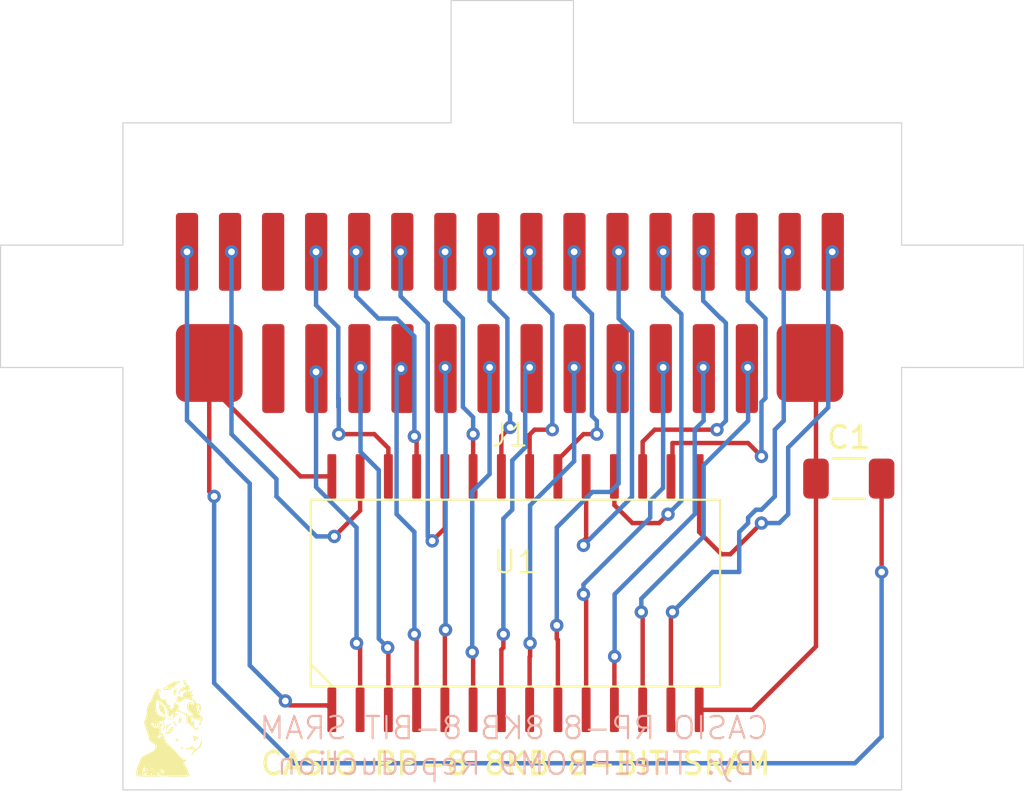
<source format=kicad_pcb>
(kicad_pcb (version 20241229) (generator "pcbnew") (generator_version "9.0")
  (layers (0 "F.Cu" signal) (2 "B.Cu" signal) (13 "F.Paste" user) (15 "B.Paste" user) (5 "F.SilkS" user "F.Silkscreen") (7 "B.SilkS" user "B.Silkscreen") (1 "F.Mask" user) (3 "B.Mask" user) (25 "Edge.Cuts" user))
  (net 0 "")
  (net 1 "Net-(U1-GND)")
  (net 2 "Net-(U1-VCC)")
  (net 3 "Net-(U1-A8)")
  (net 4 "Net-(U1-I{slash}O5)")
  (net 5 "Net-(U1-I{slash}O2)")
  (net 6 "Net-(U1-OE)")
  (net 7 "Net-(U1-WE)")
  (net 8 "Net-(U1-A9)")
  (net 9 "Net-(U1-A10)")
  (net 10 "Net-(U1-I{slash}O1)")
  (net 11 "Net-(U1-I{slash}O7)")
  (net 12 "Net-(U1-A0)")
  (net 13 "Net-(U1-A6)")
  (net 15 "Net-(U1-A4)")
  (net 16 "Net-(U1-A7)")
  (net 18 "Net-(U1-A3)")
  (net 19 "Net-(U1-A1)")
  (net 20 "Net-(U1-CE1)")
  (net 21 "Net-(U1-A12)")
  (net 22 "Net-(U1-I{slash}O8)")
  (net 23 "Net-(U1-A5)")
  (net 24 "Net-(U1-A2)")
  (net 25 "Net-(U1-NO)")
  (net 26 "Net-(U1-A11)")
  (net 27 "Net-(U1-I{slash}O6)")
  (net 28 "Net-(U1-I{slash}O3)")
  (net 29 "Net-(U1-CE2)")
  (net 30 "Net-(U1-I{slash}O4)")
  (footprint "Custom_Reto_Chips:MountingHole_2.5mm" (layer "F.Cu") (at 117.2 68)
    (property "Reference" "REF**" (hide yes))
    (property "Value" "MountingHole_2.5mm" (hide yes))
    (pad "" np_thru_hole circle (at 0 0) (size 2.5 2.5) (drill 2.5) (layers "*.Cu" "*.Mask"))
  )
  (footprint "Custom_Reto_Chips:MountingHole_2.5mm" (layer "F.Cu") (at 157.6 68)
    (property "Reference" "REF**" (hide yes))
    (property "Value" "MountingHole_2.5mm" (hide yes))
    (pad "" np_thru_hole circle (at 0 0) (size 2.5 2.5) (drill 2.5) (layers "*.Cu" "*.Mask"))
  )
  (footprint "Custom_Reto_Chips:MountingHole_2.5mm" (layer "F.Cu") (at 137.4 57.2)
    (property "Reference" "REF**" (hide yes))
    (property "Value" "MountingHole_2.5mm" (hide yes))
    (pad "" np_thru_hole circle (at 0 0) (size 2.5 2.5) (drill 2.5) (layers "*.Cu" "*.Mask"))
  )
  (footprint "Custom_Reto_Chips:CASIO_RP-8_16_Pin_Headder" (layer "F.Cu") (at 137.28 72.85)
    (property "Reference" "J1" (at 0 1 0) (layer "F.SilkS") (effects (font (thickness 0.1))))
    (property "Value" "~" (hide yes))
    (pad "1" smd roundrect (at -14.5 -7.25) (size 1 3.5) (layers "F.Cu" "F.Mask" "F.Paste") (roundrect_rratio 0.15) (net 25 "Net-(U1-NO)"))
    (pad "2" smd roundrect (at -12.565 -7.25) (size 1 3.5) (layers "F.Cu" "F.Mask" "F.Paste") (roundrect_rratio 0.15) (net 7 "Net-(U1-WE)"))
    (pad "3" smd roundrect (at -10.63 -7.25) (size 1 3.5) (layers "F.Cu" "F.Mask" "F.Paste") (roundrect_rratio 0.15))
    (pad "4" smd roundrect (at -8.695 -7.25) (size 1 3.5) (layers "F.Cu" "F.Mask" "F.Paste") (roundrect_rratio 0.15) (net 29 "Net-(U1-CE2)"))
    (pad "5" smd roundrect (at -6.76 -7.25) (size 1 3.5) (layers "F.Cu" "F.Mask" "F.Paste") (roundrect_rratio 0.15) (net 3 "Net-(U1-A8)"))
    (pad "6" smd roundrect (at -4.825 -7.25) (size 1 3.5) (layers "F.Cu" "F.Mask" "F.Paste") (roundrect_rratio 0.15) (net 8 "Net-(U1-A9)"))
    (pad "7" smd roundrect (at -2.89 -7.25) (size 1 3.5) (layers "F.Cu" "F.Mask" "F.Paste") (roundrect_rratio 0.15) (net 26 "Net-(U1-A11)"))
    (pad "8" smd roundrect (at -0.955 -7.25) (size 1 3.5) (layers "F.Cu" "F.Mask" "F.Paste") (roundrect_rratio 0.15) (net 6 "Net-(U1-OE)"))
    (pad "9" smd roundrect (at 0.98 -7.25) (size 1 3.5) (layers "F.Cu" "F.Mask" "F.Paste") (roundrect_rratio 0.15) (net 9 "Net-(U1-A10)"))
    (pad "10" smd roundrect (at 2.915 -7.25) (size 1 3.5) (layers "F.Cu" "F.Mask" "F.Paste") (roundrect_rratio 0.15) (net 20 "Net-(U1-CE1)"))
    (pad "11" smd roundrect (at 4.85 -7.25) (size 1 3.5) (layers "F.Cu" "F.Mask" "F.Paste") (roundrect_rratio 0.15) (net 22 "Net-(U1-I{slash}O8)"))
    (pad "12" smd roundrect (at 6.785 -7.25) (size 1 3.5) (layers "F.Cu" "F.Mask" "F.Paste") (roundrect_rratio 0.15) (net 11 "Net-(U1-I{slash}O7)"))
    (pad "13" smd roundrect (at 8.72 -7.25) (size 1 3.5) (layers "F.Cu" "F.Mask" "F.Paste") (roundrect_rratio 0.15) (net 27 "Net-(U1-I{slash}O6)"))
    (pad "14" smd roundrect (at 10.655 -7.25) (size 1 3.5) (layers "F.Cu" "F.Mask" "F.Paste") (roundrect_rratio 0.15) (net 4 "Net-(U1-I{slash}O5)"))
    (pad "15" smd roundrect (at 12.59 -7.25) (size 1 3.5) (layers "F.Cu" "F.Mask" "F.Paste") (roundrect_rratio 0.15) (net 28 "Net-(U1-I{slash}O3)"))
    (pad "16" smd roundrect (at 14.525 -7.25) (size 1 3.5) (layers "F.Cu" "F.Mask" "F.Paste") (roundrect_rratio 0.15) (net 30 "Net-(U1-I{slash}O4)"))
    (pad "17" smd roundrect (at -13.5 -2.25) (size 3 3.5) (layers "F.Cu" "F.Mask" "F.Paste") (roundrect_rratio 0.15) (net 2 "Net-(U1-VCC)"))
    (pad "18" smd roundrect (at -10.62 -2) (size 1 4) (layers "F.Cu" "F.Mask" "F.Paste") (roundrect_rratio 0.15))
    (pad "19" smd roundrect (at -8.685 -2) (size 1 4) (layers "F.Cu" "F.Mask" "F.Paste") (roundrect_rratio 0.15) (net 21 "Net-(U1-A12)"))
    (pad "20" smd roundrect (at -6.75 -2) (size 1 4) (layers "F.Cu" "F.Mask" "F.Paste") (roundrect_rratio 0.15) (net 16 "Net-(U1-A7)"))
    (pad "21" smd roundrect (at -4.815 -2) (size 1 4) (layers "F.Cu" "F.Mask" "F.Paste") (roundrect_rratio 0.15) (net 13 "Net-(U1-A6)"))
    (pad "22" smd roundrect (at -2.88 -2) (size 1 4) (layers "F.Cu" "F.Mask" "F.Paste") (roundrect_rratio 0.15) (net 23 "Net-(U1-A5)"))
    (pad "23" smd roundrect (at -0.945 -2) (size 1 4) (layers "F.Cu" "F.Mask" "F.Paste") (roundrect_rratio 0.15) (net 15 "Net-(U1-A4)"))
    (pad "24" smd roundrect (at 0.99 -2) (size 1 4) (layers "F.Cu" "F.Mask" "F.Paste") (roundrect_rratio 0.15) (net 18 "Net-(U1-A3)"))
    (pad "25" smd roundrect (at 2.925 -2) (size 1 4) (layers "F.Cu" "F.Mask" "F.Paste") (roundrect_rratio 0.15) (net 24 "Net-(U1-A2)"))
    (pad "26" smd roundrect (at 4.86 -2) (size 1 4) (layers "F.Cu" "F.Mask" "F.Paste") (roundrect_rratio 0.15) (net 19 "Net-(U1-A1)"))
    (pad "27" smd roundrect (at 6.795 -2) (size 1 4) (layers "F.Cu" "F.Mask" "F.Paste") (roundrect_rratio 0.15) (net 12 "Net-(U1-A0)"))
    (pad "28" smd roundrect (at 8.73 -2) (size 1 4) (layers "F.Cu" "F.Mask" "F.Paste") (roundrect_rratio 0.15) (net 10 "Net-(U1-I{slash}O1)"))
    (pad "29" smd roundrect (at 10.665 -2) (size 1 4) (layers "F.Cu" "F.Mask" "F.Paste") (roundrect_rratio 0.15) (net 5 "Net-(U1-I{slash}O2)"))
    (pad "30" smd roundrect (at 13.5 -2.25) (size 3 3.5) (layers "F.Cu" "F.Mask" "F.Paste") (roundrect_rratio 0.15) (net 1 "Net-(U1-GND)"))
  )
  (footprint "Capacitor_SMD:C_1206_3216Metric" (layer "F.Cu") (at 152.525 75.8)
    (property "Reference" "C1" (at 0 -1.85 0) (layer "F.SilkS"))
    (property "Value" "10uF")
    (pad "1" smd roundrect (at -1.475 0) (size 1.15 1.8) (layers "F.Cu" "F.Mask" "F.Paste") (roundrect_rratio 0.217391) (net 1 "Net-(U1-GND)"))
    (pad "2" smd roundrect (at 1.475 0) (size 1.15 1.8) (layers "F.Cu" "F.Mask" "F.Paste") (roundrect_rratio 0.217391) (net 2 "Net-(U1-VCC)"))
  )
  (footprint "Custom_Reto_Chips:LC3564PML" (layer "F.Cu") (at 137.54 90.15)
    (property "Reference" "U1" (at 0 -10.6 0) (layer "F.SilkS") (effects (font (thickness 0.1))))
    (property "Value" "~" (hide yes))
    (pad "1" smd roundrect (at -8.25 -3.95) (size 0.4 2) (layers "F.Cu" "F.Mask" "F.Paste") (roundrect_rratio 0.15) (net 25 "Net-(U1-NO)"))
    (pad "2" smd roundrect (at -6.98 -3.95) (size 0.4 2) (layers "F.Cu" "F.Mask" "F.Paste") (roundrect_rratio 0.15) (net 21 "Net-(U1-A12)"))
    (pad "3" smd roundrect (at -5.71 -3.95) (size 0.4 2) (layers "F.Cu" "F.Mask" "F.Paste") (roundrect_rratio 0.15) (net 16 "Net-(U1-A7)"))
    (pad "4" smd roundrect (at -4.44 -3.95) (size 0.4 2) (layers "F.Cu" "F.Mask" "F.Paste") (roundrect_rratio 0.15) (net 13 "Net-(U1-A6)"))
    (pad "5" smd roundrect (at -3.17 -3.95) (size 0.4 2) (layers "F.Cu" "F.Mask" "F.Paste") (roundrect_rratio 0.15) (net 23 "Net-(U1-A5)"))
    (pad "6" smd roundrect (at -1.9 -3.95) (size 0.4 2) (layers "F.Cu" "F.Mask" "F.Paste") (roundrect_rratio 0.15) (net 15 "Net-(U1-A4)"))
    (pad "7" smd roundrect (at -0.63 -3.95) (size 0.4 2) (layers "F.Cu" "F.Mask" "F.Paste") (roundrect_rratio 0.15) (net 18 "Net-(U1-A3)"))
    (pad "8" smd roundrect (at 0.64 -3.95) (size 0.4 2) (layers "F.Cu" "F.Mask" "F.Paste") (roundrect_rratio 0.15) (net 24 "Net-(U1-A2)"))
    (pad "9" smd roundrect (at 1.91 -3.95) (size 0.4 2) (layers "F.Cu" "F.Mask" "F.Paste") (roundrect_rratio 0.15) (net 19 "Net-(U1-A1)"))
    (pad "10" smd roundrect (at 3.18 -3.95) (size 0.4 2) (layers "F.Cu" "F.Mask" "F.Paste") (roundrect_rratio 0.15) (net 12 "Net-(U1-A0)"))
    (pad "11" smd roundrect (at 4.45 -3.95) (size 0.4 2) (layers "F.Cu" "F.Mask" "F.Paste") (roundrect_rratio 0.15) (net 10 "Net-(U1-I{slash}O1)"))
    (pad "12" smd roundrect (at 5.72 -3.95) (size 0.4 2) (layers "F.Cu" "F.Mask" "F.Paste") (roundrect_rratio 0.15) (net 5 "Net-(U1-I{slash}O2)"))
    (pad "13" smd roundrect (at 6.99 -3.95) (size 0.4 2) (layers "F.Cu" "F.Mask" "F.Paste") (roundrect_rratio 0.15) (net 28 "Net-(U1-I{slash}O3)"))
    (pad "14" smd roundrect (at 8.26 -3.95) (size 0.4 2) (layers "F.Cu" "F.Mask" "F.Paste") (roundrect_rratio 0.15) (net 1 "Net-(U1-GND)"))
    (pad "15" smd roundrect (at 8.26 -14.45) (size 0.4 2) (layers "F.Cu" "F.Mask" "F.Paste") (roundrect_rratio 0.15) (net 30 "Net-(U1-I{slash}O4)"))
    (pad "16" smd roundrect (at 6.99 -14.45) (size 0.4 2) (layers "F.Cu" "F.Mask" "F.Paste") (roundrect_rratio 0.15) (net 4 "Net-(U1-I{slash}O5)"))
    (pad "17" smd roundrect (at 5.72 -14.45) (size 0.4 2) (layers "F.Cu" "F.Mask" "F.Paste") (roundrect_rratio 0.15) (net 27 "Net-(U1-I{slash}O6)"))
    (pad "18" smd roundrect (at 4.45 -14.45) (size 0.4 2) (layers "F.Cu" "F.Mask" "F.Paste") (roundrect_rratio 0.15) (net 11 "Net-(U1-I{slash}O7)"))
    (pad "19" smd roundrect (at 3.18 -14.45) (size 0.4 2) (layers "F.Cu" "F.Mask" "F.Paste") (roundrect_rratio 0.15) (net 22 "Net-(U1-I{slash}O8)"))
    (pad "20" smd roundrect (at 1.91 -14.45) (size 0.4 2) (layers "F.Cu" "F.Mask" "F.Paste") (roundrect_rratio 0.15) (net 20 "Net-(U1-CE1)"))
    (pad "21" smd roundrect (at 0.64 -14.45) (size 0.4 2) (layers "F.Cu" "F.Mask" "F.Paste") (roundrect_rratio 0.15) (net 9 "Net-(U1-A10)"))
    (pad "22" smd roundrect (at -0.63 -14.45) (size 0.4 2) (layers "F.Cu" "F.Mask" "F.Paste") (roundrect_rratio 0.15) (net 6 "Net-(U1-OE)"))
    (pad "23" smd roundrect (at -1.9 -14.45) (size 0.4 2) (layers "F.Cu" "F.Mask" "F.Paste") (roundrect_rratio 0.15) (net 26 "Net-(U1-A11)"))
    (pad "24" smd roundrect (at -3.17 -14.45) (size 0.4 2) (layers "F.Cu" "F.Mask" "F.Paste") (roundrect_rratio 0.15) (net 8 "Net-(U1-A9)"))
    (pad "25" smd roundrect (at -4.44 -14.45) (size 0.4 2) (layers "F.Cu" "F.Mask" "F.Paste") (roundrect_rratio 0.15) (net 3 "Net-(U1-A8)"))
    (pad "26" smd roundrect (at -5.71 -14.45) (size 0.4 2) (layers "F.Cu" "F.Mask" "F.Paste") (roundrect_rratio 0.15) (net 29 "Net-(U1-CE2)"))
    (pad "27" smd roundrect (at -6.98 -14.45) (size 0.4 2) (layers "F.Cu" "F.Mask" "F.Paste") (roundrect_rratio 0.15) (net 7 "Net-(U1-WE)"))
    (pad "28" smd roundrect (at -8.25 -14.45) (size 0.4 2) (layers "F.Cu" "F.Mask" "F.Paste") (roundrect_rratio 0.15) (net 2 "Net-(U1-VCC)"))
  )
  (footprint "Custom_Reto_Chips:Lion_Logo" (layer "F.Cu") (at 122 87)
    (property "Reference" "G***" (hide yes))
    (property "Value" "LOGO" (hide yes))
  )
  (gr_line (start 119.9 65.3) (end 119.9 59.8) (stroke (width 0.05)) (layer "Edge.Cuts"))
  (gr_line (start 119.9 59.8) (end 134.65 59.8) (stroke (width 0.05)) (layer "Edge.Cuts"))
  (gr_line (start 154.9 89.8) (end 119.9 89.8) (stroke (width 0.05)) (layer "Edge.Cuts"))
  (gr_line (start 134.65 54.3) (end 140.15 54.3) (stroke (width 0.05)) (layer "Edge.Cuts"))
  (gr_line (start 160.4 65.3) (end 160.4 70.8) (stroke (width 0.05)) (layer "Edge.Cuts"))
  (gr_line (start 119.9 70.8) (end 119.9 89.8) (stroke (width 0.05)) (layer "Edge.Cuts"))
  (gr_line (start 140.15 59.8) (end 154.9 59.8) (stroke (width 0.05)) (layer "Edge.Cuts"))
  (gr_line (start 134.65 54.3) (end 134.65 59.8) (stroke (width 0.05)) (layer "Edge.Cuts"))
  (gr_line (start 154.9 59.8) (end 154.9 65.3) (stroke (width 0.05)) (layer "Edge.Cuts"))
  (gr_line (start 160.4 70.8) (end 154.9 70.8) (stroke (width 0.05)) (layer "Edge.Cuts"))
  (gr_line (start 140.15 54.3) (end 140.15 59.8) (stroke (width 0.05)) (layer "Edge.Cuts"))
  (gr_line (start 114.4 65.3) (end 114.4 70.8) (stroke (width 0.05)) (layer "Edge.Cuts"))
  (gr_line (start 114.4 70.8) (end 119.9 70.8) (stroke (width 0.05)) (layer "Edge.Cuts"))
  (gr_line (start 154.9 65.3) (end 160.4 65.3) (stroke (width 0.05)) (layer "Edge.Cuts"))
  (gr_line (start 119.9 65.3) (end 114.4 65.3) (stroke (width 0.05)) (layer "Edge.Cuts"))
  (gr_line (start 154.9 70.8) (end 154.9 89.8) (stroke (width 0.05)) (layer "Edge.Cuts"))
  (gr_text "CASIO RP-8 8KB 8-BIT SRAM" (at 126 89.2 0) (layer "F.SilkS") (effects (font (size 1 1)) (justify left bottom)))
  (gr_text "By: TheEPROM9 Repoduction" (at 148.4 89.2 0) (layer "B.SilkS") (effects (font (size 1 1) (thickness 0.1)) (justify left bottom mirror)))
  (gr_text "CASIO RP-8 8KB 8-BIT SRAM" (at 149 87.6 0) (layer "B.SilkS") (effects (font (size 1 1) (thickness 0.1)) (justify left bottom mirror)))
  (segment (start 150.78 70.6) (end 150.78 71.22) (width 0.2) (layer "F.Cu") (net 1))
  (segment (start 151.05 75.8) (end 151.05 83.35) (width 0.2) (layer "F.Cu") (net 1))
  (segment (start 151.05 71.49) (end 151.05 75.8) (width 0.2) (layer "F.Cu") (net 1))
  (segment (start 148.2 86.2) (end 145.8 86.2) (width 0.2) (layer "F.Cu") (net 1))
  (segment (start 150.78 71.22) (end 151.05 71.49) (width 0.2) (layer "F.Cu") (net 1))
  (segment (start 150.78 70.6) (end 150.2 71.18) (width 0.2) (layer "F.Cu") (net 1))
  (segment (start 151.05 83.35) (end 148.2 86.2) (width 0.2) (layer "F.Cu") (net 1))
  (segment (start 151 75.75) (end 151.05 75.8) (width 0.2) (layer "F.Cu") (net 1))
  (segment (start 123.78 70.6) (end 123.78 71.6) (width 0.2) (layer "F.Cu") (net 2))
  (segment (start 123.78 70.6) (end 123.78 76.38) (width 0.2) (layer "F.Cu") (net 2))
  (segment (start 123.78 76.38) (end 124 76.6) (width 0.2) (layer "F.Cu") (net 2))
  (segment (start 127.88 75.7) (end 129.29 75.7) (width 0.2) (layer "F.Cu") (net 2))
  (segment (start 154 80) (end 154 75.8) (width 0.2) (layer "F.Cu") (net 2))
  (segment (start 123.78 71.6) (end 127.88 75.7) (width 0.2) (layer "F.Cu") (net 2))
  (via (at 124 76.6) (size 0.6) (drill 0.3) (layers "F.Cu" "B.Cu") (net 2))
  (via (at 154 80) (size 0.6) (drill 0.3) (layers "F.Cu" "B.Cu") (net 2))
  (segment (start 127.6 88.6) (end 152.8 88.6) (width 0.2) (layer "B.Cu") (net 2))
  (segment (start 154 87.4) (end 154 80) (width 0.2) (layer "B.Cu") (net 2))
  (segment (start 152.8 88.6) (end 154 87.4) (width 0.2) (layer "B.Cu") (net 2))
  (segment (start 124 76.6) (end 124 85) (width 0.2) (layer "B.Cu") (net 2))
  (segment (start 124 85) (end 127.6 88.6) (width 0.2) (layer "B.Cu") (net 2))
  (segment (start 130.52 65.6) (end 130.38 65.6) (width 0.2) (layer "F.Cu") (net 3))
  (segment (start 133.001 73.9) (end 133.1 73.999) (width 0.2) (layer "F.Cu") (net 3))
  (segment (start 133.1 73.999) (end 133.1 75.7) (width 0.2) (layer "F.Cu") (net 3))
  (via (at 130.38 65.6) (size 0.6) (drill 0.3) (layers "F.Cu" "B.Cu") (net 3))
  (via (at 133.001 73.9) (size 0.6) (drill 0.3) (layers "F.Cu" "B.Cu") (net 3))
  (segment (start 133 69.4) (end 132.2 68.6) (width 0.2) (layer "B.Cu") (net 3))
  (segment (start 131.38 68.6) (end 130.38 67.6) (width 0.2) (layer "B.Cu") (net 3))
  (segment (start 132.2 68.6) (end 131.38 68.6) (width 0.2) (layer "B.Cu") (net 3))
  (segment (start 133.001 73.9) (end 133 73.899) (width 0.2) (layer "B.Cu") (net 3))
  (segment (start 133 73.899) (end 133 69.4) (width 0.2) (layer "B.Cu") (net 3))
  (segment (start 130.38 67.6) (end 130.38 65.6) (width 0.2) (layer "B.Cu") (net 3))
  (segment (start 148.6 74.8) (end 148 74.2) (width 0.2) (layer "F.Cu") (net 4))
  (segment (start 144.6 74.2) (end 144.6 75) (width 0.2) (layer "F.Cu") (net 4))
  (segment (start 144.53 75.07) (end 144.53 75.7) (width 0.2) (layer "F.Cu") (net 4))
  (segment (start 144.6 75) (end 144.53 75.07) (width 0.2) (layer "F.Cu") (net 4))
  (segment (start 148 74.2) (end 144.6 74.2) (width 0.2) (layer "F.Cu") (net 4))
  (segment (start 147.935 65.6) (end 147.98 65.6) (width 0.2) (layer "F.Cu") (net 4))
  (via (at 147.98 65.6) (size 0.6) (drill 0.3) (layers "F.Cu" "B.Cu") (net 4))
  (via (at 148.6 74.8) (size 0.6) (drill 0.3) (layers "F.Cu" "B.Cu") (net 4))
  (segment (start 148.6 74.8) (end 148.6 72.36) (width 0.2) (layer "B.Cu") (net 4))
  (segment (start 147.98 67.8) (end 147.98 65.6) (width 0.2) (layer "B.Cu") (net 4))
  (segment (start 148.78 72.18) (end 148.78 68.6) (width 0.2) (layer "B.Cu") (net 4))
  (segment (start 148.6 72.36) (end 148.78 72.18) (width 0.2) (layer "B.Cu") (net 4))
  (segment (start 148.78 68.6) (end 147.98 67.8) (width 0.2) (layer "B.Cu") (net 4))
  (segment (start 143.2 81.8) (end 143.26 81.86) (width 0.2) (layer "F.Cu") (net 5))
  (segment (start 147.945 70.835) (end 147.98 70.8) (width 0.2) (layer "F.Cu") (net 5))
  (segment (start 143.26 81.86) (end 143.26 86.2) (width 0.2) (layer "F.Cu") (net 5))
  (segment (start 147.945 70.85) (end 147.945 70.835) (width 0.2) (layer "F.Cu") (net 5))
  (via (at 143.2 81.8) (size 0.6) (drill 0.3) (layers "F.Cu" "B.Cu") (net 5))
  (via (at 147.98 70.8) (size 0.6) (drill 0.3) (layers "F.Cu" "B.Cu") (net 5))
  (segment (start 147.98 70.8) (end 147.98 72.78) (width 0.2) (layer "B.Cu") (net 5))
  (segment (start 146 75.2) (end 146 78.4) (width 0.2) (layer "B.Cu") (net 5))
  (segment (start 148 73.2) (end 146 75.2) (width 0.2) (layer "B.Cu") (net 5))
  (segment (start 148 72.8) (end 148 73.2) (width 0.2) (layer "B.Cu") (net 5))
  (segment (start 146 78.4) (end 143.2 81.2) (width 0.2) (layer "B.Cu") (net 5))
  (segment (start 147.98 72.78) (end 148 72.8) (width 0.2) (layer "B.Cu") (net 5))
  (segment (start 143.2 81.2) (end 143.2 81.8) (width 0.2) (layer "B.Cu") (net 5))
  (segment (start 136.91 73.89) (end 136.91 75.7) (width 0.2) (layer "F.Cu") (net 6))
  (segment (start 137.3 73.5) (end 136.91 73.89) (width 0.2) (layer "F.Cu") (net 6))
  (segment (start 136.325 65.6) (end 136.38 65.6) (width 0.2) (layer "F.Cu") (net 6))
  (via (at 136.38 65.6) (size 0.6) (drill 0.3) (layers "F.Cu" "B.Cu") (net 6))
  (via (at 137.3 73.5) (size 0.6) (drill 0.3) (layers "F.Cu" "B.Cu") (net 6))
  (segment (start 137.3 73.5) (end 137.3 72.9) (width 0.2) (layer "B.Cu") (net 6))
  (segment (start 137.3 72.9) (end 137.18 72.78) (width 0.2) (layer "B.Cu") (net 6))
  (segment (start 137.18 72.78) (end 137.18 68.6) (width 0.2) (layer "B.Cu") (net 6))
  (segment (start 136.38 67.8) (end 136.38 65.6) (width 0.2) (layer "B.Cu") (net 6))
  (segment (start 137.18 68.6) (end 136.38 67.8) (width 0.2) (layer "B.Cu") (net 6))
  (segment (start 124.715 65.6) (end 124.78 65.6) (width 0.2) (layer "F.Cu") (net 7))
  (segment (start 129.4 78.4) (end 130.56 77.24) (width 0.2) (layer "F.Cu") (net 7))
  (segment (start 130.56 77.24) (end 130.56 75.7) (width 0.2) (layer "F.Cu") (net 7))
  (via (at 124.78 65.6) (size 0.6) (drill 0.3) (layers "F.Cu" "B.Cu") (net 7))
  (via (at 129.4 78.4) (size 0.6) (drill 0.3) (layers "F.Cu" "B.Cu") (net 7))
  (segment (start 124.78 65.6) (end 124.78 73.8) (width 0.2) (layer "B.Cu") (net 7))
  (segment (start 124.78 73.8) (end 126.8 75.82) (width 0.2) (layer "B.Cu") (net 7))
  (segment (start 126.8 76.6) (end 128.6 78.4) (width 0.2) (layer "B.Cu") (net 7))
  (segment (start 126.8 75.82) (end 126.8 76.6) (width 0.2) (layer "B.Cu") (net 7))
  (segment (start 128.6 78.4) (end 129.4 78.4) (width 0.2) (layer "B.Cu") (net 7))
  (segment (start 132.455 65.6) (end 132.38 65.6) (width 0.2) (layer "F.Cu") (net 8))
  (segment (start 134.37 78.03) (end 134.37 75.7) (width 0.2) (layer "F.Cu") (net 8))
  (segment (start 133.8 78.6) (end 134.37 78.03) (width 0.2) (layer "F.Cu") (net 8))
  (via (at 132.38 65.6) (size 0.6) (drill 0.3) (layers "F.Cu" "B.Cu") (net 8))
  (via (at 133.8 78.6) (size 0.6) (drill 0.3) (layers "F.Cu" "B.Cu") (net 8))
  (segment (start 132.38 67.6) (end 133.601 68.821) (width 0.2) (layer "B.Cu") (net 8))
  (segment (start 132.38 65.6) (end 132.38 67.6) (width 0.2) (layer "B.Cu") (net 8))
  (segment (start 133.601 68.821) (end 133.601 78.401) (width 0.2) (layer "B.Cu") (net 8))
  (segment (start 133.601 78.401) (end 133.8 78.6) (width 0.2) (layer "B.Cu") (net 8))
  (segment (start 139.2 73.6) (end 138.4 73.6) (width 0.2) (layer "F.Cu") (net 9))
  (segment (start 138.4 73.6) (end 138.18 73.82) (width 0.2) (layer "F.Cu") (net 9))
  (segment (start 138.26 65.6) (end 138.18 65.6) (width 0.2) (layer "F.Cu") (net 9))
  (segment (start 138.18 73.82) (end 138.18 75.7) (width 0.2) (layer "F.Cu") (net 9))
  (via (at 138.18 65.6) (size 0.6) (drill 0.3) (layers "F.Cu" "B.Cu") (net 9))
  (via (at 139.2 73.6) (size 0.6) (drill 0.3) (layers "F.Cu" "B.Cu") (net 9))
  (segment (start 139.2 73.6) (end 139.2 68.42) (width 0.2) (layer "B.Cu") (net 9))
  (segment (start 139.2 68.42) (end 138.18 67.4) (width 0.2) (layer "B.Cu") (net 9))
  (segment (start 138.18 67.4) (end 138.18 65.6) (width 0.2) (layer "B.Cu") (net 9))
  (segment (start 146.01 70.83) (end 145.98 70.8) (width 0.2) (layer "F.Cu") (net 10))
  (segment (start 146.01 70.85) (end 146.01 70.83) (width 0.2) (layer "F.Cu") (net 10))
  (segment (start 142 83.8) (end 141.99 83.81) (width 0.2) (layer "F.Cu") (net 10))
  (segment (start 141.99 83.81) (end 141.99 86.2) (width 0.2) (layer "F.Cu") (net 10))
  (via (at 142 83.8) (size 0.6) (drill 0.3) (layers "F.Cu" "B.Cu") (net 10))
  (via (at 145.98 70.8) (size 0.6) (drill 0.3) (layers "F.Cu" "B.Cu") (net 10))
  (segment (start 145.98 72.78) (end 146 72.8) (width 0.2) (layer "B.Cu") (net 10))
  (segment (start 146 72.8) (end 146 73.2) (width 0.2) (layer "B.Cu") (net 10))
  (segment (start 146 73.2) (end 145.6 73.6) (width 0.2) (layer "B.Cu") (net 10))
  (segment (start 145.6 77.4) (end 142 81) (width 0.2) (layer "B.Cu") (net 10))
  (segment (start 145.6 73.6) (end 145.6 77.4) (width 0.2) (layer "B.Cu") (net 10))
  (segment (start 145.98 70.8) (end 145.98 72.78) (width 0.2) (layer "B.Cu") (net 10))
  (segment (start 142 81) (end 142 83.8) (width 0.2) (layer "B.Cu") (net 10))
  (segment (start 142.8 77.8) (end 141.99 76.99) (width 0.2) (layer "F.Cu") (net 11))
  (segment (start 144.065 65.6) (end 144.18 65.6) (width 0.2) (layer "F.Cu") (net 11))
  (segment (start 144 77.8) (end 142.8 77.8) (width 0.2) (layer "F.Cu") (net 11))
  (segment (start 144.4 77.4) (end 144 77.8) (width 0.2) (layer "F.Cu") (net 11))
  (segment (start 141.99 76.99) (end 141.99 75.7) (width 0.2) (layer "F.Cu") (net 11))
  (via (at 144.18 65.6) (size 0.6) (drill 0.3) (layers "F.Cu" "B.Cu") (net 11))
  (via (at 144.4 77.4) (size 0.6) (drill 0.3) (layers "F.Cu" "B.Cu") (net 11))
  (segment (start 145 68.4) (end 145 76.8) (width 0.2) (layer "B.Cu") (net 11))
  (segment (start 144.71 68.11) (end 145 68.4) (width 0.2) (layer "B.Cu") (net 11))
  (segment (start 145 76.8) (end 144.4 77.4) (width 0.2) (layer "B.Cu") (net 11))
  (segment (start 144.69 68.11) (end 144.71 68.11) (width 0.2) (layer "B.Cu") (net 11))
  (segment (start 144.18 65.6) (end 144.18 67.6) (width 0.2) (layer "B.Cu") (net 11))
  (segment (start 144.18 67.6) (end 144.69 68.11) (width 0.2) (layer "B.Cu") (net 11))
  (segment (start 144.69 68.11) (end 144.78 68.2) (width 0.2) (layer "B.Cu") (net 11))
  (segment (start 144.075 70.85) (end 144.13 70.85) (width 0.2) (layer "F.Cu") (net 12))
  (segment (start 140.72 81.12) (end 140.72 86.2) (width 0.2) (layer "F.Cu") (net 12))
  (segment (start 144.13 70.85) (end 144.18 70.8) (width 0.2) (layer "F.Cu") (net 12))
  (segment (start 140.6 81) (end 140.72 81.12) (width 0.2) (layer "F.Cu") (net 12))
  (via (at 140.6 81) (size 0.6) (drill 0.3) (layers "F.Cu" "B.Cu") (net 12))
  (via (at 144.18 70.8) (size 0.6) (drill 0.3) (layers "F.Cu" "B.Cu") (net 12))
  (segment (start 140.6 80.56) (end 140.6 81) (width 0.2) (layer "B.Cu") (net 12))
  (segment (start 144.18 76.22) (end 143.6 76.8) (width 0.2) (layer "B.Cu") (net 12))
  (segment (start 143.6 76.8) (end 143.6 77.56) (width 0.2) (layer "B.Cu") (net 12))
  (segment (start 143.6 77.56) (end 140.6 80.56) (width 0.2) (layer "B.Cu") (net 12))
  (segment (start 144.18 70.8) (end 144.18 76.22) (width 0.2) (layer "B.Cu") (net 12))
  (segment (start 133 82.8) (end 133.1 82.9) (width 0.2) (layer "F.Cu") (net 13))
  (segment (start 132.4 71.63) (end 132.4 70.85) (width 0.2) (layer "F.Cu") (net 13))
  (segment (start 132.685 71.915) (end 132.4 71.63) (width 0.2) (layer "F.Cu") (net 13))
  (segment (start 133.1 82.9) (end 133.1 86.2) (width 0.2) (layer "F.Cu") (net 13))
  (via (at 133 82.8) (size 0.6) (drill 0.3) (layers "F.Cu" "B.Cu") (net 13))
  (via (at 132.4 70.85) (size 0.6) (drill 0.3) (layers "F.Cu" "B.Cu") (net 13))
  (segment (start 132.2 77.4) (end 133 78.2) (width 0.2) (layer "B.Cu") (net 13))
  (segment (start 132.2 71.05) (end 132.2 77.4) (width 0.2) (layer "B.Cu") (net 13))
  (segment (start 132.4 70.85) (end 132.2 71.05) (width 0.2) (layer "B.Cu") (net 13))
  (segment (start 133 78.2) (end 133 82.8) (width 0.2) (layer "B.Cu") (net 13))
  (segment (start 135.64 83.64) (end 135.64 86.2) (width 0.2) (layer "F.Cu") (net 15))
  (segment (start 135.6 83.6) (end 135.64 83.64) (width 0.2) (layer "F.Cu") (net 15))
  (segment (start 136.335 70.85) (end 136.335 70.845) (width 0.2) (layer "F.Cu") (net 15))
  (segment (start 136.335 70.845) (end 136.38 70.8) (width 0.2) (layer "F.Cu") (net 15))
  (via (at 136.38 70.8) (size 0.6) (drill 0.3) (layers "F.Cu" "B.Cu") (net 15))
  (via (at 135.6 83.6) (size 0.6) (drill 0.3) (layers "F.Cu" "B.Cu") (net 15))
  (segment (start 136.38 70.8) (end 136.38 75.6) (width 0.2) (layer "B.Cu") (net 15))
  (segment (start 136.38 75.6) (end 135.6 76.38) (width 0.2) (layer "B.Cu") (net 15))
  (segment (start 135.6 76.38) (end 135.6 83.6) (width 0.2) (layer "B.Cu") (net 15))
  (segment (start 130.53 70.85) (end 130.58 70.8) (width 0.2) (layer "F.Cu") (net 16))
  (segment (start 131.83 83.43) (end 131.83 86.2) (width 0.2) (layer "F.Cu") (net 16))
  (segment (start 131.8 83.4) (end 131.83 83.43) (width 0.2) (layer "F.Cu") (net 16))
  (via (at 131.8 83.4) (size 0.6) (drill 0.3) (layers "F.Cu" "B.Cu") (net 16))
  (via (at 130.58 70.8) (size 0.6) (drill 0.3) (layers "F.Cu" "B.Cu") (net 16))
  (segment (start 131.4 75.42) (end 131.4 83) (width 0.2) (layer "B.Cu") (net 16))
  (segment (start 130.58 74.6) (end 131.4 75.42) (width 0.2) (layer "B.Cu") (net 16))
  (segment (start 130.58 70.8) (end 130.58 74.6) (width 0.2) (layer "B.Cu") (net 16))
  (segment (start 131.4 83) (end 131.8 83.4) (width 0.2) (layer "B.Cu") (net 16))
  (segment (start 136.91 83.49) (end 136.91 86.2) (width 0.2) (layer "F.Cu") (net 18))
  (segment (start 138.27 70.85) (end 138.23 70.85) (width 0.2) (layer "F.Cu") (net 18))
  (segment (start 137 82.8) (end 137 83.4) (width 0.2) (layer "F.Cu") (net 18))
  (segment (start 137 83.4) (end 136.91 83.49) (width 0.2) (layer "F.Cu") (net 18))
  (segment (start 138.23 70.85) (end 138.18 70.8) (width 0.2) (layer "F.Cu") (net 18))
  (via (at 138.18 70.8) (size 0.6) (drill 0.3) (layers "F.Cu" "B.Cu") (net 18))
  (via (at 137 82.8) (size 0.6) (drill 0.3) (layers "F.Cu" "B.Cu") (net 18))
  (segment (start 137 77.6) (end 137 82.8) (width 0.2) (layer "B.Cu") (net 18))
  (segment (start 137.4 77.2) (end 137.4 74.98) (width 0.2) (layer "B.Cu") (net 18))
  (segment (start 137.98 71) (end 137.98 74.4) (width 0.2) (layer "B.Cu") (net 18))
  (segment (start 138.18 70.8) (end 137.98 71) (width 0.2) (layer "B.Cu") (net 18))
  (segment (start 137.4 77.2) (end 137 77.6) (width 0.2) (layer "B.Cu") (net 18))
  (segment (start 137.4 74.98) (end 137.98 74.4) (width 0.2) (layer "B.Cu") (net 18))
  (segment (start 142.14 70.85) (end 142.14 70.84) (width 0.2) (layer "F.Cu") (net 19))
  (segment (start 142.14 70.84) (end 142.18 70.8) (width 0.2) (layer "F.Cu") (net 19))
  (segment (start 139.4 83) (end 139.45 83.05) (width 0.2) (layer "F.Cu") (net 19))
  (segment (start 139.4 82.4) (end 139.4 83) (width 0.2) (layer "F.Cu") (net 19))
  (segment (start 139.45 83.05) (end 139.45 86.2) (width 0.2) (layer "F.Cu") (net 19))
  (via (at 139.4 82.4) (size 0.6) (drill 0.3) (layers "F.Cu" "B.Cu") (net 19))
  (via (at 142.18 70.8) (size 0.6) (drill 0.3) (layers "F.Cu" "B.Cu") (net 19))
  (segment (start 141 76.4) (end 141.8 76.4) (width 0.2) (layer "B.Cu") (net 19))
  (segment (start 139.4 82.4) (end 139.4 78) (width 0.2) (layer "B.Cu") (net 19))
  (segment (start 141.8 76.4) (end 142.18 76.02) (width 0.2) (layer "B.Cu") (net 19))
  (segment (start 139.4 78) (end 141 76.4) (width 0.2) (layer "B.Cu") (net 19))
  (segment (start 142.18 76.02) (end 142.18 70.8) (width 0.2) (layer "B.Cu") (net 19))
  (segment (start 140.6 73.8) (end 139.45 74.95) (width 0.2) (layer "F.Cu") (net 20))
  (segment (start 140.195 65.6) (end 140.18 65.6) (width 0.2) (layer "F.Cu") (net 20))
  (segment (start 139.45 74.95) (end 139.45 75.7) (width 0.2) (layer "F.Cu") (net 20))
  (segment (start 141.2 73.8) (end 140.6 73.8) (width 0.2) (layer "F.Cu") (net 20))
  (via (at 140.18 65.6) (size 0.6) (drill 0.3) (layers "F.Cu" "B.Cu") (net 20))
  (via (at 141.2 73.8) (size 0.6) (drill 0.3) (layers "F.Cu" "B.Cu") (net 20))
  (segment (start 141.2 73.8) (end 141.2 73.2) (width 0.2) (layer "B.Cu") (net 20))
  (segment (start 141.2 73.2) (end 140.98 72.98) (width 0.2) (layer "B.Cu") (net 20))
  (segment (start 140.18 67.6) (end 140.18 65.6) (width 0.2) (layer "B.Cu") (net 20))
  (segment (start 140.98 68.4) (end 140.18 67.6) (width 0.2) (layer "B.Cu") (net 20))
  (segment (start 140.98 72.98) (end 140.98 68.4) (width 0.2) (layer "B.Cu") (net 20))
  (segment (start 130.4 83.2) (end 130.56 83.36) (width 0.2) (layer "F.Cu") (net 21))
  (segment (start 128.595 70.85) (end 128.595 70.985) (width 0.2) (layer "F.Cu") (net 21))
  (segment (start 128.595 70.985) (end 128.58 71) (width 0.2) (layer "F.Cu") (net 21))
  (segment (start 130.56 83.36) (end 130.56 86.2) (width 0.2) (layer "F.Cu") (net 21))
  (via (at 130.4 83.2) (size 0.6) (drill 0.3) (layers "F.Cu" "B.Cu") (net 21))
  (via (at 128.58 71) (size 0.6) (drill 0.3) (layers "F.Cu" "B.Cu") (net 21))
  (segment (start 130.4 78) (end 130.4 83.2) (width 0.2) (layer "B.Cu") (net 21))
  (segment (start 128.58 76.18) (end 128.8 76.4) (width 0.2) (layer "B.Cu") (net 21))
  (segment (start 128.58 71) (end 128.58 76.18) (width 0.2) (layer "B.Cu") (net 21))
  (segment (start 128.8 76.4) (end 130.4 78) (width 0.2) (layer "B.Cu") (net 21))
  (segment (start 140.6 78.6) (end 140.72 78.48) (width 0.2) (layer "F.Cu") (net 22))
  (segment (start 140.6 78.8) (end 140.6 78.6) (width 0.2) (layer "F.Cu") (net 22))
  (segment (start 140.72 78.48) (end 140.72 75.7) (width 0.2) (layer "F.Cu") (net 22))
  (segment (start 142.13 65.6) (end 142.18 65.6) (width 0.2) (layer "F.Cu") (net 22))
  (via (at 142.18 65.6) (size 0.6) (drill 0.3) (layers "F.Cu" "B.Cu") (net 22))
  (via (at 140.6 78.8) (size 0.6) (drill 0.3) (layers "F.Cu" "B.Cu") (net 22))
  (segment (start 140.6 78.8) (end 142.78 76.62) (width 0.2) (layer "B.Cu") (net 22))
  (segment (start 142.78 69.2) (end 142.18 68.6) (width 0.2) (layer "B.Cu") (net 22))
  (segment (start 142.18 68.6) (end 142.18 65.6) (width 0.2) (layer "B.Cu") (net 22))
  (segment (start 142.78 76.62) (end 142.78 69.2) (width 0.2) (layer "B.Cu") (net 22))
  (segment (start 134.4 82.8) (end 134.37 82.83) (width 0.2) (layer "F.Cu") (net 23))
  (segment (start 134.37 82.83) (end 134.37 86.2) (width 0.2) (layer "F.Cu") (net 23))
  (segment (start 134.4 70.85) (end 134.4 70.82) (width 0.2) (layer "F.Cu") (net 23))
  (segment (start 134.4 82.6) (end 134.4 82.8) (width 0.2) (layer "F.Cu") (net 23))
  (segment (start 134.4 70.82) (end 134.38 70.8) (width 0.2) (layer "F.Cu") (net 23))
  (via (at 134.4 82.6) (size 0.6) (drill 0.3) (layers "F.Cu" "B.Cu") (net 23))
  (via (at 134.38 70.8) (size 0.6) (drill 0.3) (layers "F.Cu" "B.Cu") (net 23))
  (segment (start 134.401 82.599) (end 134.4 82.6) (width 0.2) (layer "B.Cu") (net 23))
  (segment (start 134.38 70.8) (end 134.401 70.821) (width 0.2) (layer "B.Cu") (net 23))
  (segment (start 134.401 70.821) (end 134.401 82.599) (width 0.2) (layer "B.Cu") (net 23))
  (segment (start 140.205 70.825) (end 140.18 70.8) (width 0.2) (layer "F.Cu") (net 24))
  (segment (start 138.2 83.8) (end 138.18 83.82) (width 0.2) (layer "F.Cu") (net 24))
  (segment (start 138.18 83.82) (end 138.18 86.2) (width 0.2) (layer "F.Cu") (net 24))
  (segment (start 140.205 70.85) (end 140.205 70.825) (width 0.2) (layer "F.Cu") (net 24))
  (segment (start 138.2 83.2) (end 138.2 83.8) (width 0.2) (layer "F.Cu") (net 24))
  (via (at 140.18 70.8) (size 0.6) (drill 0.3) (layers "F.Cu" "B.Cu") (net 24))
  (via (at 138.2 83.2) (size 0.6) (drill 0.3) (layers "F.Cu" "B.Cu") (net 24))
  (segment (start 140.18 70.8) (end 140.18 75.02) (width 0.2) (layer "B.Cu") (net 24))
  (segment (start 140.18 75.02) (end 139 76.2) (width 0.2) (layer "B.Cu") (net 24))
  (segment (start 138.2 77) (end 138.2 83.2) (width 0.2) (layer "B.Cu") (net 24))
  (segment (start 139 76.2) (end 138.2 77) (width 0.2) (layer "B.Cu") (net 24))
  (segment (start 129.09 86) (end 129.29 86.2) (width 0.2) (layer "F.Cu") (net 25))
  (segment (start 127.2 85.8) (end 127.4 86) (width 0.2) (layer "F.Cu") (net 25))
  (segment (start 127.4 86) (end 129.09 86) (width 0.2) (layer "F.Cu") (net 25))
  (via (at 127.2 85.8) (size 0.6) (drill 0.3) (layers "F.Cu" "B.Cu") (net 25))
  (via (at 122.78 65.6) (size 0.6) (drill 0.3) (layers "F.Cu" "B.Cu") (net 25))
  (segment (start 124.58 74.98) (end 124.58 75) (width 0.2) (layer "B.Cu") (net 25))
  (segment (start 122.78 65.6) (end 122.78 73.18) (width 0.2) (layer "B.Cu") (net 25))
  (segment (start 122.78 73.18) (end 124.58 74.98) (width 0.2) (layer "B.Cu") (net 25))
  (segment (start 125.6 84.2) (end 127.2 85.8) (width 0.2) (layer "B.Cu") (net 25))
  (segment (start 124.58 75) (end 125.6 76.02) (width 0.2) (layer "B.Cu") (net 25))
  (segment (start 125.6 76.02) (end 125.6 84.2) (width 0.2) (layer "B.Cu") (net 25))
  (segment (start 134.39 65.6) (end 134.38 65.6) (width 0.2) (layer "F.Cu") (net 26))
  (segment (start 135.64 73.8) (end 135.64 75.7) (width 0.2) (layer "F.Cu") (net 26))
  (via (at 135.64 73.8) (size 0.6) (drill 0.3) (layers "F.Cu" "B.Cu") (net 26))
  (via (at 134.38 65.6) (size 0.6) (drill 0.3) (layers "F.Cu" "B.Cu") (net 26))
  (segment (start 135.64 73.8) (end 135.64 73.04) (width 0.2) (layer "B.Cu") (net 26))
  (segment (start 135.18 72.58) (end 135.18 68.6) (width 0.2) (layer "B.Cu") (net 26))
  (segment (start 134.38 67.8) (end 134.38 65.6) (width 0.2) (layer "B.Cu") (net 26))
  (segment (start 135.18 68.6) (end 134.38 67.8) (width 0.2) (layer "B.Cu") (net 26))
  (segment (start 135.64 73.04) (end 135.18 72.58) (width 0.2) (layer "B.Cu") (net 26))
  (segment (start 146 65.6) (end 145.98 65.6) (width 0.2) (layer "F.Cu") (net 27))
  (segment (start 143.8 73.6) (end 143.26 74.14) (width 0.2) (layer "F.Cu") (net 27))
  (segment (start 143.26 74.14) (end 143.26 75.7) (width 0.2) (layer "F.Cu") (net 27))
  (segment (start 146.6 73.6) (end 143.8 73.6) (width 0.2) (layer "F.Cu") (net 27))
  (via (at 146.6 73.6) (size 0.6) (drill 0.3) (layers "F.Cu" "B.Cu") (net 27))
  (via (at 145.98 65.6) (size 0.6) (drill 0.3) (layers "F.Cu" "B.Cu") (net 27))
  (segment (start 146.8 68.6) (end 147 68.8) (width 0.2) (layer "B.Cu") (net 27))
  (segment (start 145.98 65.6) (end 145.98 67.8) (width 0.2) (layer "B.Cu") (net 27))
  (segment (start 146.78 68.6) (end 146.8 68.6) (width 0.2) (layer "B.Cu") (net 27))
  (segment (start 145.98 67.8) (end 146.78 68.6) (width 0.2) (layer "B.Cu") (net 27))
  (segment (start 147 73.2) (end 146.6 73.6) (width 0.2) (layer "B.Cu") (net 27))
  (segment (start 147 68.8) (end 147 73.2) (width 0.2) (layer "B.Cu") (net 27))
  (segment (start 144.53 81.87) (end 144.53 86.2) (width 0.2) (layer "F.Cu") (net 28))
  (segment (start 144.6 81.8) (end 144.53 81.87) (width 0.2) (layer "F.Cu") (net 28))
  (segment (start 149.87 65.6) (end 149.78 65.6) (width 0.2) (layer "F.Cu") (net 28))
  (via (at 144.6 81.8) (size 0.6) (drill 0.3) (layers "F.Cu" "B.Cu") (net 28))
  (via (at 149.78 65.6) (size 0.6) (drill 0.3) (layers "F.Cu" "B.Cu") (net 28))
  (segment (start 149.6 73.2) (end 149.2 73.6) (width 0.2) (layer "B.Cu") (net 28))
  (segment (start 147.999 77.551057) (end 147.999 77.801) (width 0.2) (layer "B.Cu") (net 28))
  (segment (start 147.6 80) (end 146.4 80) (width 0.2) (layer "B.Cu") (net 28))
  (segment (start 147.6 78.2) (end 147.6 80) (width 0.2) (layer "B.Cu") (net 28))
  (segment (start 148.601 77.199) (end 148.351057 77.199) (width 0.2) (layer "B.Cu") (net 28))
  (segment (start 149.78 65.6) (end 149.6 65.78) (width 0.2) (layer "B.Cu") (net 28))
  (segment (start 147.999 77.801) (end 147.6 78.2) (width 0.2) (layer "B.Cu") (net 28))
  (segment (start 149.6 65.78) (end 149.6 73.2) (width 0.2) (layer "B.Cu") (net 28))
  (segment (start 148.351057 77.199) (end 147.999 77.551057) (width 0.2) (layer "B.Cu") (net 28))
  (segment (start 149.2 76.6) (end 148.601 77.199) (width 0.2) (layer "B.Cu") (net 28))
  (segment (start 149.2 73.6) (end 149.2 76.6) (width 0.2) (layer "B.Cu") (net 28))
  (segment (start 146.4 80) (end 144.6 81.8) (width 0.2) (layer "B.Cu") (net 28))
  (segment (start 131.2 73.8) (end 131.83 74.43) (width 0.2) (layer "F.Cu") (net 29))
  (segment (start 129.6 73.8) (end 131.2 73.8) (width 0.2) (layer "F.Cu") (net 29))
  (segment (start 131.83 74.43) (end 131.83 75.7) (width 0.2) (layer "F.Cu") (net 29))
  (segment (start 128.585 65.6) (end 128.58 65.6) (width 0.2) (layer "F.Cu") (net 29))
  (via (at 129.6 73.8) (size 0.6) (drill 0.3) (layers "F.Cu" "B.Cu") (net 29))
  (via (at 128.58 65.6) (size 0.6) (drill 0.3) (layers "F.Cu" "B.Cu") (net 29))
  (segment (start 129.6 72.2) (end 129.6 72.6) (width 0.2) (layer "B.Cu") (net 29))
  (segment (start 129.6 72.6) (end 129.6 73.8) (width 0.2) (layer "B.Cu") (net 29))
  (segment (start 129.58 69) (end 129.58 72.18) (width 0.2) (layer "B.Cu") (net 29))
  (segment (start 129.58 72.18) (end 129.6 72.2) (width 0.2) (layer "B.Cu") (net 29))
  (segment (start 129.58 72) (end 129.58 72.58) (width 0.2) (layer "B.Cu") (net 29))
  (segment (start 128.58 65.6) (end 128.58 68) (width 0.2) (layer "B.Cu") (net 29))
  (segment (start 129.58 72.58) (end 129.6 72.6) (width 0.2) (layer "B.Cu") (net 29))
  (segment (start 128.58 68) (end 129.58 69) (width 0.2) (layer "B.Cu") (net 29))
  (segment (start 146.8 79.2) (end 145.8 78.2) (width 0.2) (layer "F.Cu") (net 30))
  (segment (start 151.805 65.6) (end 151.78 65.6) (width 0.2) (layer "F.Cu") (net 30))
  (segment (start 148.6 77.8) (end 147.2 79.2) (width 0.2) (layer "F.Cu") (net 30))
  (segment (start 147.2 79.2) (end 146.8 79.2) (width 0.2) (layer "F.Cu") (net 30))
  (segment (start 145.8 78.2) (end 145.8 75.7) (width 0.2) (layer "F.Cu") (net 30))
  (via (at 148.6 77.8) (size 0.6) (drill 0.3) (layers "F.Cu" "B.Cu") (net 30))
  (via (at 151.78 65.6) (size 0.6) (drill 0.3) (layers "F.Cu" "B.Cu") (net 30))
  (segment (start 151.6 72.6) (end 151.6 65.78) (width 0.2) (layer "B.Cu") (net 30))
  (segment (start 148.6 77.8) (end 149.4 77.8) (width 0.2) (layer "B.Cu") (net 30))
  (segment (start 149.8 77.4) (end 149.8 74.4) (width 0.2) (layer "B.Cu") (net 30))
  (segment (start 149.8 74.4) (end 151.6 72.6) (width 0.2) (layer "B.Cu") (net 30))
  (segment (start 151.6 65.78) (end 151.78 65.6) (width 0.2) (layer "B.Cu") (net 30))
  (segment (start 149.4 77.8) (end 149.8 77.4) (width 0.2) (layer "B.Cu") (net 30))
)
</source>
